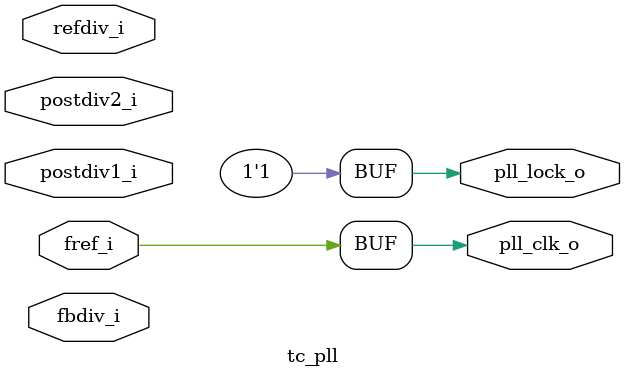
<source format=v>
module tc_pll (
    input         fref_i,
    input  [ 5:0] refdiv_i,
    input  [11:0] fbdiv_i,
    input  [ 2:0] postdiv1_i,
    input  [ 2:0] postdiv2_i,
    output        pll_lock_o,
    output        pll_clk_o
);

`ifdef RTL_BEHV
  assign pll_lock_o = 1'b1;
  assign pll_clk_o  = fref_i;
`else
  assign pll_lock_o = 1'b1;
  assign pll_clk_o  = fref_i;
`endif
endmodule

</source>
